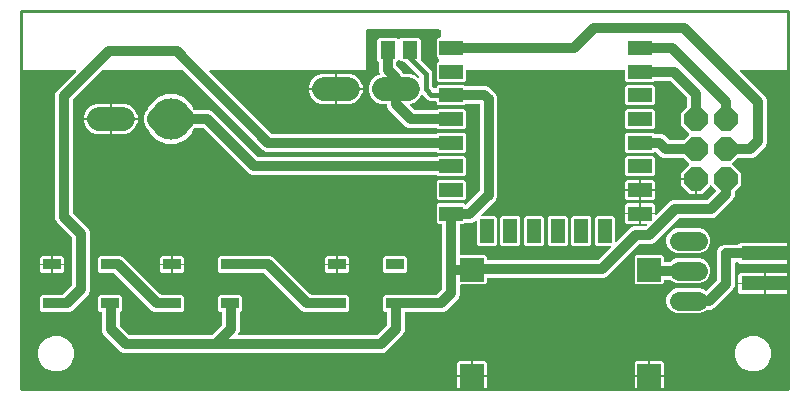
<source format=gbr>
G04 EAGLE Gerber RS-274X export*
G75*
%MOMM*%
%FSLAX34Y34*%
%LPD*%
%INTop Copper*%
%IPPOS*%
%AMOC8*
5,1,8,0,0,1.08239X$1,22.5*%
G01*
G04 Define Apertures*
%ADD10P,2.1821X8X112.5*%
%ADD11R,2.000000X1.200000*%
%ADD12R,1.200000X2.000000*%
%ADD13C,2.016000*%
%ADD14R,1.500000X0.900000*%
%ADD15C,1.600000*%
%ADD16R,4.000000X1.270000*%
%ADD17R,1.300000X1.500000*%
%ADD18R,2.000000X2.000000*%
%ADD19C,0.812800*%
%ADD20C,0.400000*%
%ADD21C,0.406400*%
%ADD22C,3.500000*%
%ADD23C,0.254000*%
G36*
X336914Y263146D02*
X336618Y263081D01*
X336320Y263136D01*
X336067Y263304D01*
X334706Y264665D01*
X330082Y266580D01*
X324861Y266580D01*
X324581Y266633D01*
X324327Y266799D01*
X324157Y267050D01*
X323912Y267642D01*
X322855Y268699D01*
X322702Y268919D01*
X322632Y269214D01*
X322683Y269513D01*
X322847Y269768D01*
X323097Y269940D01*
X323394Y270000D01*
X331461Y270000D01*
X331747Y269944D01*
X332000Y269777D01*
X337145Y264632D01*
X337308Y264390D01*
X337368Y264093D01*
X337368Y263842D01*
X337321Y263579D01*
X337162Y263321D01*
X336914Y263146D01*
G37*
G36*
X369195Y60D02*
X368898Y0D01*
X762Y0D01*
X487Y51D01*
X232Y215D01*
X60Y465D01*
X0Y762D01*
X0Y269238D01*
X51Y269513D01*
X215Y269768D01*
X465Y269940D01*
X762Y270000D01*
X46045Y270000D01*
X46308Y269953D01*
X46566Y269794D01*
X46742Y269546D01*
X46807Y269250D01*
X46751Y268952D01*
X46584Y268699D01*
X30364Y252479D01*
X29212Y249699D01*
X29212Y144001D01*
X30364Y141221D01*
X43213Y128372D01*
X43376Y128130D01*
X43436Y127833D01*
X43436Y87849D01*
X43380Y87563D01*
X43213Y87310D01*
X36090Y80187D01*
X35848Y80024D01*
X35551Y79964D01*
X24795Y79964D01*
X23574Y79458D01*
X23282Y79400D01*
X17764Y79400D01*
X16300Y77936D01*
X16300Y66864D01*
X17764Y65400D01*
X23282Y65400D01*
X23574Y65342D01*
X24795Y64836D01*
X40505Y64836D01*
X43285Y65988D01*
X57412Y80115D01*
X58564Y82895D01*
X58564Y132786D01*
X57412Y135567D01*
X44563Y148416D01*
X44400Y148657D01*
X44340Y148955D01*
X44340Y244745D01*
X44396Y245031D01*
X44563Y245284D01*
X69056Y269777D01*
X69297Y269940D01*
X69595Y270000D01*
X136837Y270000D01*
X137123Y269944D01*
X137376Y269777D01*
X205025Y202128D01*
X207805Y200976D01*
X352213Y200976D01*
X352499Y200920D01*
X352752Y200753D01*
X353464Y200040D01*
X375536Y200040D01*
X377000Y201504D01*
X377000Y215576D01*
X375536Y217040D01*
X353464Y217040D01*
X352752Y216327D01*
X352510Y216164D01*
X352213Y216104D01*
X212759Y216104D01*
X212473Y216160D01*
X212220Y216327D01*
X159848Y268699D01*
X159695Y268919D01*
X159625Y269214D01*
X159676Y269513D01*
X159839Y269768D01*
X160090Y269940D01*
X160387Y270000D01*
X302174Y270000D01*
X302449Y269949D01*
X302704Y269785D01*
X302876Y269535D01*
X302936Y269238D01*
X302936Y268853D01*
X303738Y266916D01*
X303796Y266643D01*
X303743Y266344D01*
X303577Y266090D01*
X303326Y265921D01*
X300294Y264665D01*
X296755Y261126D01*
X294840Y256502D01*
X294840Y251498D01*
X296755Y246874D01*
X300294Y243335D01*
X304918Y241420D01*
X309174Y241420D01*
X309449Y241369D01*
X309704Y241205D01*
X309876Y240955D01*
X309936Y240658D01*
X309936Y239795D01*
X311088Y237015D01*
X325975Y222128D01*
X328755Y220976D01*
X352213Y220976D01*
X352499Y220920D01*
X352752Y220753D01*
X353464Y220040D01*
X375536Y220040D01*
X377000Y221504D01*
X377000Y235576D01*
X375536Y237040D01*
X353464Y237040D01*
X352752Y236327D01*
X352510Y236164D01*
X352213Y236104D01*
X333709Y236104D01*
X333423Y236160D01*
X333170Y236327D01*
X329378Y240119D01*
X329225Y240339D01*
X329155Y240634D01*
X329206Y240933D01*
X329369Y241188D01*
X329620Y241360D01*
X329917Y241420D01*
X330082Y241420D01*
X334706Y243335D01*
X338245Y246874D01*
X338968Y248619D01*
X339116Y248849D01*
X339363Y249024D01*
X339659Y249089D01*
X339958Y249034D01*
X340210Y248866D01*
X344566Y244510D01*
X346600Y243668D01*
X351238Y243668D01*
X351513Y243617D01*
X351768Y243453D01*
X351940Y243203D01*
X352000Y242906D01*
X352000Y241504D01*
X353464Y240040D01*
X375536Y240040D01*
X376908Y241413D01*
X377150Y241576D01*
X377447Y241636D01*
X387724Y241636D01*
X387999Y241585D01*
X388254Y241421D01*
X388426Y241171D01*
X388486Y240874D01*
X388486Y167849D01*
X388430Y167563D01*
X388263Y167310D01*
X377303Y156350D01*
X377073Y156192D01*
X376776Y156127D01*
X376478Y156183D01*
X376225Y156350D01*
X375536Y157040D01*
X353464Y157040D01*
X352000Y155576D01*
X352000Y141504D01*
X353464Y140040D01*
X356174Y140040D01*
X356449Y139989D01*
X356704Y139825D01*
X356876Y139575D01*
X356936Y139278D01*
X356936Y84749D01*
X356880Y84463D01*
X356713Y84210D01*
X352690Y80187D01*
X352448Y80024D01*
X352151Y79964D01*
X315095Y79964D01*
X313874Y79458D01*
X313582Y79400D01*
X308064Y79400D01*
X306600Y77936D01*
X306600Y66864D01*
X308064Y65400D01*
X309174Y65400D01*
X309449Y65349D01*
X309704Y65185D01*
X309876Y64935D01*
X309936Y64638D01*
X309936Y54249D01*
X309880Y53963D01*
X309713Y53710D01*
X301890Y45887D01*
X301648Y45724D01*
X301351Y45664D01*
X185000Y45664D01*
X184731Y45713D01*
X184474Y45874D01*
X184301Y46123D01*
X184238Y46420D01*
X184296Y46718D01*
X185364Y49295D01*
X185364Y65013D01*
X185420Y65299D01*
X185587Y65552D01*
X186900Y66864D01*
X186900Y77936D01*
X185436Y79400D01*
X179918Y79400D01*
X179626Y79458D01*
X178405Y79964D01*
X175395Y79964D01*
X174174Y79458D01*
X173882Y79400D01*
X168364Y79400D01*
X166900Y77936D01*
X166900Y66864D01*
X168364Y65400D01*
X169474Y65400D01*
X169749Y65349D01*
X170004Y65185D01*
X170176Y64935D01*
X170236Y64638D01*
X170236Y54249D01*
X170180Y53963D01*
X170013Y53710D01*
X162190Y45887D01*
X161948Y45724D01*
X161651Y45664D01*
X92349Y45664D01*
X92063Y45720D01*
X91810Y45887D01*
X83987Y53710D01*
X83824Y53952D01*
X83764Y54249D01*
X83764Y65013D01*
X83820Y65299D01*
X83987Y65552D01*
X85300Y66864D01*
X85300Y77936D01*
X83836Y79400D01*
X66764Y79400D01*
X65300Y77936D01*
X65300Y66864D01*
X66764Y65400D01*
X67874Y65400D01*
X68149Y65349D01*
X68404Y65185D01*
X68576Y64935D01*
X68636Y64638D01*
X68636Y49295D01*
X69788Y46515D01*
X84615Y31688D01*
X87395Y30536D01*
X306305Y30536D01*
X309085Y31688D01*
X323912Y46515D01*
X325064Y49295D01*
X325064Y64074D01*
X325115Y64349D01*
X325279Y64604D01*
X325529Y64776D01*
X325826Y64836D01*
X357105Y64836D01*
X359885Y65988D01*
X370912Y77015D01*
X372064Y79795D01*
X372064Y87738D01*
X372115Y88013D01*
X372279Y88268D01*
X372529Y88440D01*
X372826Y88500D01*
X393236Y88500D01*
X394700Y89964D01*
X394700Y93274D01*
X394751Y93549D01*
X394915Y93804D01*
X395165Y93976D01*
X395462Y94036D01*
X493322Y94036D01*
X496102Y95188D01*
X523391Y122477D01*
X523633Y122640D01*
X523930Y122700D01*
X533686Y122700D01*
X536466Y123852D01*
X557227Y144613D01*
X557469Y144776D01*
X557766Y144836D01*
X585705Y144836D01*
X588485Y145988D01*
X603312Y160815D01*
X604464Y163595D01*
X604464Y167258D01*
X604520Y167544D01*
X604687Y167796D01*
X609480Y172589D01*
X609480Y183011D01*
X602530Y189961D01*
X602372Y190192D01*
X602307Y190488D01*
X602362Y190786D01*
X602530Y191039D01*
X606904Y195413D01*
X607145Y195576D01*
X607442Y195636D01*
X619024Y195636D01*
X621804Y196788D01*
X630592Y205576D01*
X631744Y208356D01*
X631744Y244383D01*
X630592Y247163D01*
X609056Y268699D01*
X608903Y268919D01*
X608833Y269214D01*
X608884Y269513D01*
X609048Y269768D01*
X609298Y269940D01*
X609595Y270000D01*
X649238Y270000D01*
X649513Y269949D01*
X649768Y269785D01*
X649940Y269535D01*
X650000Y269238D01*
X650000Y124312D01*
X649949Y124037D01*
X649785Y123782D01*
X649535Y123610D01*
X649238Y123550D01*
X608964Y123550D01*
X607902Y122487D01*
X607660Y122324D01*
X607363Y122264D01*
X595395Y122264D01*
X592615Y121112D01*
X590488Y118985D01*
X589336Y116205D01*
X589336Y92349D01*
X589280Y92063D01*
X589113Y91810D01*
X580415Y83112D01*
X580184Y82954D01*
X579888Y82889D01*
X579590Y82945D01*
X579337Y83112D01*
X578948Y83501D01*
X575089Y85100D01*
X554911Y85100D01*
X551052Y83501D01*
X548099Y80548D01*
X546500Y76689D01*
X546500Y72511D01*
X548099Y68652D01*
X551052Y65699D01*
X554911Y64100D01*
X575089Y64100D01*
X578948Y65699D01*
X580062Y66813D01*
X580304Y66976D01*
X580601Y67036D01*
X584105Y67036D01*
X586885Y68188D01*
X603312Y84615D01*
X604464Y87395D01*
X604464Y106374D01*
X604515Y106649D01*
X604679Y106904D01*
X604929Y107076D01*
X605226Y107136D01*
X607363Y107136D01*
X607649Y107080D01*
X607902Y106913D01*
X608964Y105850D01*
X649238Y105850D01*
X649513Y105799D01*
X649768Y105635D01*
X649940Y105385D01*
X650000Y105088D01*
X650000Y98952D01*
X649949Y98677D01*
X649785Y98422D01*
X649535Y98250D01*
X649238Y98190D01*
X630762Y98190D01*
X630762Y80410D01*
X649238Y80410D01*
X649513Y80359D01*
X649768Y80195D01*
X649940Y79945D01*
X650000Y79648D01*
X650000Y762D01*
X649949Y487D01*
X649785Y232D01*
X649535Y60D01*
X649238Y0D01*
X545502Y0D01*
X545227Y51D01*
X544972Y215D01*
X544800Y465D01*
X544740Y762D01*
X544740Y10238D01*
X519660Y10238D01*
X519660Y762D01*
X519609Y487D01*
X519445Y232D01*
X519195Y60D01*
X518898Y0D01*
X395502Y0D01*
X395227Y51D01*
X394972Y215D01*
X394800Y465D01*
X394740Y762D01*
X394740Y10238D01*
X369660Y10238D01*
X369660Y762D01*
X369609Y487D01*
X369445Y232D01*
X369195Y60D01*
G37*
%LPC*%
G36*
X244000Y254762D02*
X265938Y254762D01*
X265938Y266620D01*
X254110Y266620D01*
X249471Y264699D01*
X245921Y261149D01*
X244000Y256510D01*
X244000Y254762D01*
G37*
G36*
X267462Y254762D02*
X289400Y254762D01*
X289400Y256510D01*
X287479Y261149D01*
X283929Y264699D01*
X279290Y266620D01*
X267462Y266620D01*
X267462Y254762D01*
G37*
G36*
X267462Y241380D02*
X279290Y241380D01*
X283929Y243301D01*
X287479Y246851D01*
X289400Y251490D01*
X289400Y253238D01*
X267462Y253238D01*
X267462Y241380D01*
G37*
G36*
X254110Y241380D02*
X265938Y241380D01*
X265938Y253238D01*
X244000Y253238D01*
X244000Y251490D01*
X245921Y246851D01*
X249471Y243301D01*
X254110Y241380D01*
G37*
G36*
X353464Y180040D02*
X375536Y180040D01*
X377000Y181504D01*
X377000Y195576D01*
X375536Y197040D01*
X353464Y197040D01*
X352752Y196327D01*
X352510Y196164D01*
X352213Y196104D01*
X201208Y196104D01*
X200922Y196160D01*
X200669Y196327D01*
X161984Y235012D01*
X159204Y236164D01*
X147622Y236164D01*
X147336Y236220D01*
X147084Y236387D01*
X146203Y237268D01*
X146037Y237516D01*
X144803Y240496D01*
X138896Y246403D01*
X131177Y249600D01*
X122823Y249600D01*
X115104Y246403D01*
X109197Y240496D01*
X107963Y237516D01*
X107798Y237268D01*
X106255Y235726D01*
X104340Y231102D01*
X104340Y226098D01*
X106255Y221474D01*
X107798Y219932D01*
X107963Y219684D01*
X109197Y216704D01*
X115104Y210797D01*
X122823Y207600D01*
X131177Y207600D01*
X138896Y210797D01*
X144803Y216704D01*
X146037Y219684D01*
X146203Y219932D01*
X147084Y220813D01*
X147325Y220976D01*
X147622Y221036D01*
X154251Y221036D01*
X154536Y220980D01*
X154789Y220813D01*
X193475Y182128D01*
X196255Y180976D01*
X352213Y180976D01*
X352499Y180920D01*
X352752Y180753D01*
X353464Y180040D01*
G37*
G36*
X53500Y229362D02*
X75438Y229362D01*
X75438Y241220D01*
X63610Y241220D01*
X58971Y239299D01*
X55421Y235749D01*
X53500Y231110D01*
X53500Y229362D01*
G37*
G36*
X76962Y229362D02*
X98900Y229362D01*
X98900Y231110D01*
X96979Y235749D01*
X93429Y239299D01*
X88790Y241220D01*
X76962Y241220D01*
X76962Y229362D01*
G37*
G36*
X76962Y215980D02*
X88790Y215980D01*
X93429Y217901D01*
X96979Y221451D01*
X98900Y226090D01*
X98900Y227838D01*
X76962Y227838D01*
X76962Y215980D01*
G37*
G36*
X63610Y215980D02*
X75438Y215980D01*
X75438Y227838D01*
X53500Y227838D01*
X53500Y226090D01*
X55421Y221451D01*
X58971Y217901D01*
X63610Y215980D01*
G37*
G36*
X353464Y160040D02*
X375536Y160040D01*
X377000Y161504D01*
X377000Y175576D01*
X375536Y177040D01*
X353464Y177040D01*
X352000Y175576D01*
X352000Y161504D01*
X353464Y160040D01*
G37*
G36*
X554911Y114900D02*
X575089Y114900D01*
X578948Y116499D01*
X581901Y119452D01*
X583500Y123311D01*
X583500Y127489D01*
X581901Y131348D01*
X578948Y134301D01*
X575089Y135900D01*
X554911Y135900D01*
X551052Y134301D01*
X548099Y131348D01*
X546500Y127489D01*
X546500Y123311D01*
X548099Y119452D01*
X551052Y116499D01*
X554911Y114900D01*
G37*
G36*
X521164Y88500D02*
X543236Y88500D01*
X544700Y89964D01*
X544700Y91674D01*
X544751Y91949D01*
X544915Y92204D01*
X545165Y92376D01*
X545462Y92436D01*
X549399Y92436D01*
X549685Y92380D01*
X549938Y92213D01*
X551052Y91099D01*
X554911Y89500D01*
X575089Y89500D01*
X578948Y91099D01*
X581901Y94052D01*
X583500Y97911D01*
X583500Y102089D01*
X581901Y105948D01*
X578948Y108901D01*
X575089Y110500D01*
X554911Y110500D01*
X551052Y108901D01*
X549938Y107787D01*
X549696Y107624D01*
X549399Y107564D01*
X545462Y107564D01*
X545187Y107615D01*
X544932Y107779D01*
X544760Y108029D01*
X544700Y108326D01*
X544700Y112036D01*
X543236Y113500D01*
X521164Y113500D01*
X519700Y112036D01*
X519700Y89964D01*
X521164Y88500D01*
G37*
G36*
X240695Y64836D02*
X269105Y64836D01*
X270326Y65342D01*
X270618Y65400D01*
X276136Y65400D01*
X277600Y66864D01*
X277600Y77936D01*
X276136Y79400D01*
X270618Y79400D01*
X270326Y79458D01*
X269105Y79964D01*
X245649Y79964D01*
X245363Y80020D01*
X245110Y80187D01*
X213485Y111812D01*
X210705Y112964D01*
X175395Y112964D01*
X174174Y112458D01*
X173882Y112400D01*
X168364Y112400D01*
X166900Y110936D01*
X166900Y99864D01*
X168364Y98400D01*
X173882Y98400D01*
X174174Y98342D01*
X175395Y97836D01*
X205751Y97836D01*
X206037Y97780D01*
X206290Y97613D01*
X237915Y65988D01*
X240695Y64836D01*
G37*
G36*
X113695Y64836D02*
X129405Y64836D01*
X130626Y65342D01*
X130918Y65400D01*
X136436Y65400D01*
X137900Y66864D01*
X137900Y77936D01*
X136436Y79400D01*
X130918Y79400D01*
X130626Y79458D01*
X129405Y79964D01*
X118649Y79964D01*
X118363Y80020D01*
X118110Y80187D01*
X86485Y111812D01*
X83705Y112964D01*
X73795Y112964D01*
X72574Y112458D01*
X72282Y112400D01*
X66764Y112400D01*
X65300Y110936D01*
X65300Y99864D01*
X66764Y98400D01*
X72282Y98400D01*
X72574Y98342D01*
X73795Y97836D01*
X78751Y97836D01*
X79037Y97780D01*
X79290Y97613D01*
X110915Y65988D01*
X113695Y64836D01*
G37*
G36*
X117860Y106162D02*
X127138Y106162D01*
X127138Y112440D01*
X119348Y112440D01*
X117860Y110952D01*
X117860Y106162D01*
G37*
G36*
X16260Y106162D02*
X25538Y106162D01*
X25538Y112440D01*
X17748Y112440D01*
X16260Y110952D01*
X16260Y106162D01*
G37*
G36*
X257560Y106162D02*
X266838Y106162D01*
X266838Y112440D01*
X259048Y112440D01*
X257560Y110952D01*
X257560Y106162D01*
G37*
G36*
X268362Y106162D02*
X277640Y106162D01*
X277640Y110952D01*
X276152Y112440D01*
X268362Y112440D01*
X268362Y106162D01*
G37*
G36*
X27062Y106162D02*
X36340Y106162D01*
X36340Y110952D01*
X34852Y112440D01*
X27062Y112440D01*
X27062Y106162D01*
G37*
G36*
X128662Y106162D02*
X137940Y106162D01*
X137940Y110952D01*
X136452Y112440D01*
X128662Y112440D01*
X128662Y106162D01*
G37*
G36*
X308064Y98400D02*
X325136Y98400D01*
X326600Y99864D01*
X326600Y110936D01*
X325136Y112400D01*
X308064Y112400D01*
X306600Y110936D01*
X306600Y99864D01*
X308064Y98400D01*
G37*
G36*
X268362Y98360D02*
X276152Y98360D01*
X277640Y99848D01*
X277640Y104638D01*
X268362Y104638D01*
X268362Y98360D01*
G37*
G36*
X259048Y98360D02*
X266838Y98360D01*
X266838Y104638D01*
X257560Y104638D01*
X257560Y99848D01*
X259048Y98360D01*
G37*
G36*
X128662Y98360D02*
X136452Y98360D01*
X137940Y99848D01*
X137940Y104638D01*
X128662Y104638D01*
X128662Y98360D01*
G37*
G36*
X119348Y98360D02*
X127138Y98360D01*
X127138Y104638D01*
X117860Y104638D01*
X117860Y99848D01*
X119348Y98360D01*
G37*
G36*
X27062Y98360D02*
X34852Y98360D01*
X36340Y99848D01*
X36340Y104638D01*
X27062Y104638D01*
X27062Y98360D01*
G37*
G36*
X17748Y98360D02*
X25538Y98360D01*
X25538Y104638D01*
X16260Y104638D01*
X16260Y99848D01*
X17748Y98360D01*
G37*
G36*
X607460Y90062D02*
X629238Y90062D01*
X629238Y98190D01*
X608948Y98190D01*
X607460Y96702D01*
X607460Y90062D01*
G37*
G36*
X608948Y80410D02*
X629238Y80410D01*
X629238Y88538D01*
X607460Y88538D01*
X607460Y81898D01*
X608948Y80410D01*
G37*
G36*
X617016Y15000D02*
X622984Y15000D01*
X628497Y17284D01*
X632716Y21503D01*
X635000Y27016D01*
X635000Y32984D01*
X632716Y38497D01*
X628497Y42716D01*
X622984Y45000D01*
X617016Y45000D01*
X611503Y42716D01*
X607284Y38497D01*
X605000Y32984D01*
X605000Y27016D01*
X607284Y21503D01*
X611503Y17284D01*
X617016Y15000D01*
G37*
G36*
X27016Y15000D02*
X32984Y15000D01*
X38497Y17284D01*
X42716Y21503D01*
X45000Y27016D01*
X45000Y32984D01*
X42716Y38497D01*
X38497Y42716D01*
X32984Y45000D01*
X27016Y45000D01*
X21503Y42716D01*
X17284Y38497D01*
X15000Y32984D01*
X15000Y27016D01*
X17284Y21503D01*
X21503Y17284D01*
X27016Y15000D01*
G37*
G36*
X519660Y11762D02*
X531438Y11762D01*
X531438Y23540D01*
X521148Y23540D01*
X519660Y22052D01*
X519660Y11762D01*
G37*
G36*
X369660Y11762D02*
X381438Y11762D01*
X381438Y23540D01*
X371148Y23540D01*
X369660Y22052D01*
X369660Y11762D01*
G37*
G36*
X382962Y11762D02*
X394740Y11762D01*
X394740Y22052D01*
X393252Y23540D01*
X382962Y23540D01*
X382962Y11762D01*
G37*
G36*
X532962Y11762D02*
X544740Y11762D01*
X544740Y22052D01*
X543252Y23540D01*
X532962Y23540D01*
X532962Y11762D01*
G37*
%LPD*%
G36*
X488666Y109224D02*
X488368Y109164D01*
X395462Y109164D01*
X395187Y109215D01*
X394932Y109379D01*
X394760Y109629D01*
X394700Y109926D01*
X394700Y112036D01*
X393236Y113500D01*
X372826Y113500D01*
X372551Y113551D01*
X372296Y113715D01*
X372124Y113965D01*
X372064Y114262D01*
X372064Y139278D01*
X372115Y139553D01*
X372279Y139808D01*
X372529Y139980D01*
X372826Y140040D01*
X375536Y140040D01*
X375658Y140163D01*
X375900Y140326D01*
X376197Y140386D01*
X381105Y140386D01*
X383885Y141538D01*
X384699Y142352D01*
X384919Y142505D01*
X385214Y142575D01*
X385513Y142524D01*
X385768Y142361D01*
X385940Y142110D01*
X386000Y141813D01*
X386000Y122704D01*
X387464Y121240D01*
X401536Y121240D01*
X403000Y122704D01*
X403000Y144776D01*
X401536Y146240D01*
X390427Y146240D01*
X390163Y146287D01*
X389905Y146446D01*
X389730Y146694D01*
X389665Y146990D01*
X389720Y147288D01*
X389888Y147541D01*
X402462Y160115D01*
X403614Y162895D01*
X403614Y246955D01*
X402462Y249735D01*
X396585Y255612D01*
X393805Y256764D01*
X376127Y256764D01*
X375841Y256820D01*
X375588Y256987D01*
X375536Y257040D01*
X353464Y257040D01*
X352000Y255576D01*
X352000Y255494D01*
X351949Y255219D01*
X351785Y254964D01*
X351535Y254792D01*
X351238Y254732D01*
X350307Y254732D01*
X350021Y254788D01*
X349768Y254955D01*
X348655Y256068D01*
X348492Y256310D01*
X348432Y256607D01*
X348432Y267800D01*
X347957Y268946D01*
X347900Y269214D01*
X347951Y269513D01*
X348114Y269768D01*
X348364Y269940D01*
X348661Y270000D01*
X351238Y270000D01*
X351513Y269949D01*
X351768Y269785D01*
X351940Y269535D01*
X352000Y269238D01*
X352000Y261504D01*
X353464Y260040D01*
X375536Y260040D01*
X377000Y261504D01*
X377000Y269238D01*
X377051Y269513D01*
X377215Y269768D01*
X377465Y269940D01*
X377762Y270000D01*
X511238Y270000D01*
X511513Y269949D01*
X511768Y269785D01*
X511940Y269535D01*
X512000Y269238D01*
X512000Y261504D01*
X513464Y260040D01*
X535536Y260040D01*
X536248Y260753D01*
X536490Y260916D01*
X536787Y260976D01*
X549511Y260976D01*
X549797Y260920D01*
X550050Y260753D01*
X563713Y247090D01*
X563876Y246848D01*
X563936Y246551D01*
X563936Y239142D01*
X563880Y238856D01*
X563713Y238604D01*
X558920Y233811D01*
X558920Y223389D01*
X565870Y216439D01*
X566028Y216208D01*
X566094Y215912D01*
X566038Y215614D01*
X565870Y215361D01*
X561496Y210987D01*
X561255Y210824D01*
X560958Y210764D01*
X549549Y210764D01*
X549263Y210820D01*
X549010Y210987D01*
X545045Y214952D01*
X542265Y216104D01*
X536787Y216104D01*
X536501Y216160D01*
X536248Y216327D01*
X535536Y217040D01*
X513464Y217040D01*
X512000Y215576D01*
X512000Y201504D01*
X513464Y200040D01*
X535536Y200040D01*
X536248Y200753D01*
X536490Y200916D01*
X536787Y200976D01*
X537311Y200976D01*
X537597Y200920D01*
X537850Y200753D01*
X541815Y196788D01*
X544595Y195636D01*
X560958Y195636D01*
X561244Y195580D01*
X561496Y195413D01*
X565842Y191067D01*
X566000Y190837D01*
X566065Y190540D01*
X566010Y190242D01*
X565842Y189990D01*
X558880Y183027D01*
X558880Y178562D01*
X572262Y178562D01*
X572262Y165180D01*
X576727Y165180D01*
X583690Y172142D01*
X583920Y172300D01*
X584216Y172365D01*
X584514Y172310D01*
X584767Y172142D01*
X588467Y168442D01*
X588625Y168212D01*
X588690Y167915D01*
X588635Y167617D01*
X588467Y167364D01*
X581290Y160187D01*
X581048Y160024D01*
X580751Y159964D01*
X552813Y159964D01*
X550032Y158812D01*
X538341Y147121D01*
X538121Y146968D01*
X537826Y146898D01*
X537527Y146949D01*
X537272Y147112D01*
X537100Y147362D01*
X537040Y147660D01*
X537040Y147778D01*
X525262Y147778D01*
X525262Y140000D01*
X529380Y140000D01*
X529644Y139953D01*
X529902Y139794D01*
X530077Y139546D01*
X530142Y139250D01*
X530087Y138952D01*
X529919Y138699D01*
X529271Y138051D01*
X529030Y137888D01*
X528732Y137828D01*
X518977Y137828D01*
X516196Y136676D01*
X504301Y124781D01*
X504081Y124628D01*
X503786Y124558D01*
X503487Y124609D01*
X503232Y124772D01*
X503060Y125022D01*
X503000Y125320D01*
X503000Y144776D01*
X501536Y146240D01*
X487464Y146240D01*
X486000Y144776D01*
X486000Y122704D01*
X487464Y121240D01*
X498920Y121240D01*
X499184Y121193D01*
X499442Y121034D01*
X499617Y120786D01*
X499682Y120490D01*
X499627Y120192D01*
X499459Y119939D01*
X488907Y109387D01*
X488666Y109224D01*
G37*
%LPC*%
G36*
X513464Y240040D02*
X535536Y240040D01*
X537000Y241504D01*
X537000Y255576D01*
X535536Y257040D01*
X513464Y257040D01*
X512000Y255576D01*
X512000Y241504D01*
X513464Y240040D01*
G37*
G36*
X513464Y220040D02*
X535536Y220040D01*
X537000Y221504D01*
X537000Y235576D01*
X535536Y237040D01*
X513464Y237040D01*
X512000Y235576D01*
X512000Y221504D01*
X513464Y220040D01*
G37*
G36*
X513464Y180040D02*
X535536Y180040D01*
X537000Y181504D01*
X537000Y195576D01*
X535536Y197040D01*
X513464Y197040D01*
X512000Y195576D01*
X512000Y181504D01*
X513464Y180040D01*
G37*
G36*
X511960Y169302D02*
X523738Y169302D01*
X523738Y177080D01*
X513448Y177080D01*
X511960Y175592D01*
X511960Y169302D01*
G37*
G36*
X525262Y169302D02*
X537040Y169302D01*
X537040Y175592D01*
X535552Y177080D01*
X525262Y177080D01*
X525262Y169302D01*
G37*
G36*
X566273Y165180D02*
X570738Y165180D01*
X570738Y177038D01*
X558880Y177038D01*
X558880Y172573D01*
X566273Y165180D01*
G37*
G36*
X525262Y160000D02*
X535552Y160000D01*
X537040Y161488D01*
X537040Y167778D01*
X525262Y167778D01*
X525262Y160000D01*
G37*
G36*
X513448Y160000D02*
X523738Y160000D01*
X523738Y167778D01*
X511960Y167778D01*
X511960Y161488D01*
X513448Y160000D01*
G37*
G36*
X525262Y149302D02*
X537040Y149302D01*
X537040Y155592D01*
X535552Y157080D01*
X525262Y157080D01*
X525262Y149302D01*
G37*
G36*
X511960Y149302D02*
X523738Y149302D01*
X523738Y157080D01*
X513448Y157080D01*
X511960Y155592D01*
X511960Y149302D01*
G37*
G36*
X513448Y140000D02*
X523738Y140000D01*
X523738Y147778D01*
X511960Y147778D01*
X511960Y141488D01*
X513448Y140000D01*
G37*
G36*
X407464Y121240D02*
X421536Y121240D01*
X423000Y122704D01*
X423000Y144776D01*
X421536Y146240D01*
X407464Y146240D01*
X406000Y144776D01*
X406000Y122704D01*
X407464Y121240D01*
G37*
G36*
X467464Y121240D02*
X481536Y121240D01*
X483000Y122704D01*
X483000Y144776D01*
X481536Y146240D01*
X467464Y146240D01*
X466000Y144776D01*
X466000Y122704D01*
X467464Y121240D01*
G37*
G36*
X447464Y121240D02*
X461536Y121240D01*
X463000Y122704D01*
X463000Y144776D01*
X461536Y146240D01*
X447464Y146240D01*
X446000Y144776D01*
X446000Y122704D01*
X447464Y121240D01*
G37*
G36*
X427464Y121240D02*
X441536Y121240D01*
X443000Y122704D01*
X443000Y144776D01*
X441536Y146240D01*
X427464Y146240D01*
X426000Y144776D01*
X426000Y122704D01*
X427464Y121240D01*
G37*
%LPD*%
G36*
X294938Y258126D02*
X294164Y257943D01*
X293379Y258077D01*
X292709Y258505D01*
X292258Y259162D01*
X292100Y259942D01*
X292100Y302800D01*
X292234Y303521D01*
X292663Y304192D01*
X293320Y304642D01*
X294100Y304800D01*
X353600Y304800D01*
X354321Y304666D01*
X354992Y304237D01*
X355442Y303580D01*
X355600Y302800D01*
X355600Y299040D01*
X355466Y298319D01*
X355037Y297649D01*
X354380Y297198D01*
X353600Y297040D01*
X353464Y297040D01*
X352000Y295576D01*
X352000Y281504D01*
X353550Y279954D01*
X353965Y279349D01*
X354136Y278572D01*
X353990Y277789D01*
X353550Y277126D01*
X352000Y275576D01*
X352000Y269241D01*
X351882Y268565D01*
X351469Y267884D01*
X350824Y267419D01*
X350048Y267242D01*
X349264Y267381D01*
X348597Y267816D01*
X348152Y268476D01*
X347590Y269834D01*
X339086Y278338D01*
X338658Y278972D01*
X338500Y279752D01*
X338500Y295876D01*
X337036Y297340D01*
X321964Y297340D01*
X321414Y296790D01*
X320809Y296375D01*
X320032Y296204D01*
X319249Y296350D01*
X318586Y296790D01*
X318036Y297340D01*
X302964Y297340D01*
X301500Y295876D01*
X301500Y278804D01*
X302350Y277954D01*
X302778Y277320D01*
X302936Y276540D01*
X302936Y268853D01*
X303264Y268060D01*
X303416Y267342D01*
X303276Y266559D01*
X302842Y265892D01*
X302182Y265447D01*
X300294Y264665D01*
X296755Y261126D01*
X295948Y259177D01*
X295580Y258597D01*
X294938Y258126D01*
G37*
G36*
X331148Y266738D02*
X330368Y266580D01*
X325689Y266580D01*
X324953Y266720D01*
X324286Y267154D01*
X324050Y267504D01*
X318650Y272904D01*
X318222Y273539D01*
X318064Y274319D01*
X318064Y276412D01*
X318187Y277103D01*
X318605Y277780D01*
X319255Y278241D01*
X320032Y278412D01*
X320815Y278266D01*
X321478Y277826D01*
X321964Y277340D01*
X323608Y277340D01*
X324359Y277194D01*
X325022Y276754D01*
X331782Y269994D01*
X332184Y269418D01*
X332367Y268644D01*
X332234Y267859D01*
X331805Y267189D01*
X331148Y266738D01*
G37*
G36*
X351383Y255149D02*
X350606Y254978D01*
X349823Y255124D01*
X349160Y255564D01*
X349018Y255706D01*
X348590Y256340D01*
X348432Y257120D01*
X348432Y260244D01*
X348555Y260935D01*
X348973Y261612D01*
X349623Y262073D01*
X350400Y262244D01*
X351183Y262098D01*
X351846Y261658D01*
X353550Y259954D01*
X353965Y259349D01*
X354136Y258572D01*
X353990Y257789D01*
X353550Y257126D01*
X351988Y255564D01*
X351383Y255149D01*
G37*
D10*
X571500Y177800D03*
X596900Y177800D03*
X571500Y203200D03*
X596900Y203200D03*
X571500Y228600D03*
X596900Y228600D03*
D11*
X524500Y148540D03*
X524500Y168540D03*
X524500Y188540D03*
X524500Y208540D03*
X524500Y228540D03*
X524500Y248540D03*
X524500Y268540D03*
X524500Y288540D03*
X364500Y288540D03*
X364500Y248540D03*
X364500Y268540D03*
X364500Y228540D03*
X364500Y208540D03*
X364500Y188540D03*
X364500Y168540D03*
X364500Y148540D03*
D12*
X494500Y133740D03*
X474500Y133740D03*
X454500Y133740D03*
X434500Y133740D03*
X414500Y133740D03*
X394500Y133740D03*
D13*
X86280Y228600D02*
X66120Y228600D01*
X116920Y228600D02*
X137080Y228600D01*
D14*
X26300Y105400D03*
X26300Y72400D03*
X75300Y105400D03*
X75300Y72400D03*
X127900Y105400D03*
X127900Y72400D03*
X176900Y105400D03*
X176900Y72400D03*
X267600Y105400D03*
X267600Y72400D03*
X316600Y105400D03*
X316600Y72400D03*
D15*
X557000Y74600D02*
X573000Y74600D01*
X573000Y100000D02*
X557000Y100000D01*
X557000Y125400D02*
X573000Y125400D01*
D13*
X276780Y254000D02*
X256620Y254000D01*
X307420Y254000D02*
X327580Y254000D01*
D16*
X630000Y114700D03*
X630000Y89300D03*
D17*
X310500Y287340D03*
X329500Y287340D03*
D18*
X382200Y101000D03*
X382200Y11000D03*
X532200Y101000D03*
X532200Y11000D03*
D19*
X524500Y288540D02*
X551710Y288540D01*
X596900Y243350D01*
X596900Y228600D01*
X552960Y268540D02*
X524500Y268540D01*
X552960Y268540D02*
X571500Y250000D01*
X571500Y228600D01*
X468540Y288540D02*
X364500Y288540D01*
X468540Y288540D02*
X485450Y305450D01*
X617519Y203200D02*
X624180Y209861D01*
X561608Y305450D02*
X485450Y305450D01*
X624180Y242878D02*
X624180Y209861D01*
X624180Y242878D02*
X561608Y305450D01*
X596900Y203200D02*
X617519Y203200D01*
X546100Y203200D02*
X540760Y208540D01*
X524500Y208540D01*
X546100Y203200D02*
X571500Y203200D01*
D20*
X364500Y148540D02*
X364600Y147950D01*
D19*
X364600Y249200D02*
X392300Y249200D01*
X396050Y245450D01*
X396050Y164400D01*
X379600Y147950D01*
X364600Y147950D01*
X364500Y248540D02*
X364600Y249200D01*
D20*
X364500Y148540D02*
X364600Y147950D01*
X76200Y71500D02*
X75300Y72400D01*
D19*
X76200Y71500D02*
X76200Y50800D01*
X88900Y38100D01*
X139700Y38100D02*
X152400Y38100D01*
X139700Y38100D02*
X88900Y38100D01*
X165100Y38100D02*
X177800Y50800D01*
X177800Y71500D01*
X176900Y72400D01*
D20*
X316600Y72400D02*
X317500Y71500D01*
D19*
X317500Y50800D01*
X304800Y38100D01*
X165100Y38100D01*
X152400Y38100D01*
X596900Y165100D02*
X596900Y177800D01*
X596900Y165100D02*
X584200Y152400D01*
X355600Y72400D02*
X316600Y72400D01*
D21*
X342900Y266700D02*
X329500Y280100D01*
X329500Y287340D01*
X342900Y254000D02*
X347700Y249200D01*
X342900Y254000D02*
X342900Y266700D01*
X347700Y249200D02*
X364600Y249200D01*
D19*
X532181Y130264D02*
X554317Y152400D01*
X532181Y130264D02*
X520481Y130264D01*
X554317Y152400D02*
X584200Y152400D01*
X520481Y130264D02*
X502936Y112719D01*
X364500Y101600D02*
X364500Y148540D01*
X364500Y101600D02*
X364500Y81300D01*
X355600Y72400D01*
X365100Y101000D02*
X382200Y101000D01*
X365100Y101000D02*
X364500Y101600D01*
X382200Y101000D02*
X382800Y101600D01*
X482600Y101600D01*
X491817Y101600D01*
X502936Y112719D01*
X157699Y228600D02*
X127000Y228600D01*
X157699Y228600D02*
X197759Y188540D01*
X364500Y188540D01*
D22*
X127000Y228600D03*
D19*
X82200Y105400D02*
X75300Y105400D01*
X115200Y72400D02*
X127900Y72400D01*
X115200Y72400D02*
X102500Y85100D01*
X82200Y105400D01*
X242200Y72400D02*
X267600Y72400D01*
X242200Y72400D02*
X209200Y105400D01*
X176900Y105400D01*
X209310Y208540D02*
X132000Y285850D01*
X209310Y208540D02*
X364500Y208540D01*
X51000Y84400D02*
X39000Y72400D01*
X26300Y72400D01*
X36776Y145506D02*
X36776Y248194D01*
X36776Y145506D02*
X51000Y131282D01*
X51000Y84400D01*
X74432Y285850D02*
X132000Y285850D01*
X74432Y285850D02*
X36776Y248194D01*
X533200Y100000D02*
X565000Y100000D01*
X533200Y100000D02*
X532200Y101000D01*
X565000Y74600D02*
X582600Y74600D01*
X584200Y76200D01*
X596900Y88900D01*
X596900Y114700D01*
X630000Y114700D01*
X364500Y228540D02*
X330260Y228540D01*
X330200Y228600D01*
X317500Y241300D01*
X317500Y254000D01*
X310500Y270357D02*
X310500Y287340D01*
X310500Y270357D02*
X317500Y263357D01*
X317500Y254000D01*
D23*
X0Y0D02*
X650000Y0D01*
X650000Y320000D01*
X0Y320000D01*
X0Y0D01*
M02*

</source>
